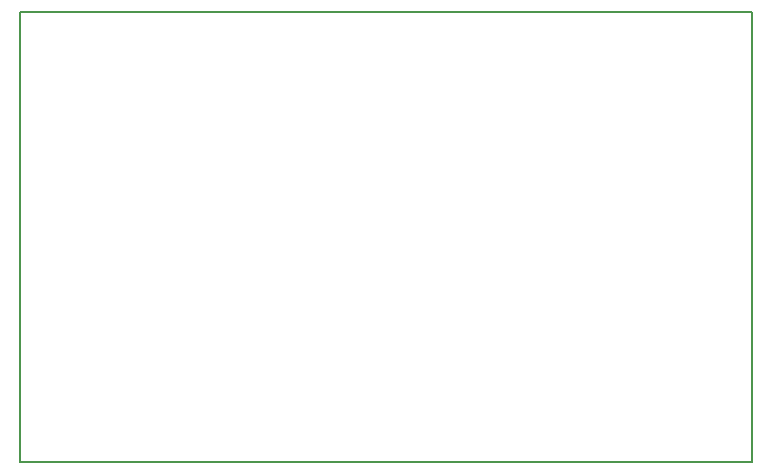
<source format=gm1>
G04*
G04 #@! TF.GenerationSoftware,Altium Limited,Altium Designer,22.2.1 (43)*
G04*
G04 Layer_Color=16711935*
%FSLAX25Y25*%
%MOIN*%
G70*
G04*
G04 #@! TF.SameCoordinates,AAFBACAA-EC33-4654-A321-DB7F653A4B28*
G04*
G04*
G04 #@! TF.FilePolarity,Positive*
G04*
G01*
G75*
%ADD10C,0.00787*%
D10*
X0Y149803D02*
X244094D01*
Y0D02*
Y149803D01*
Y0D02*
X244094Y-0D01*
X0D02*
X244094D01*
X0Y0D02*
X0Y-0D01*
X0Y0D02*
Y149803D01*
M02*

</source>
